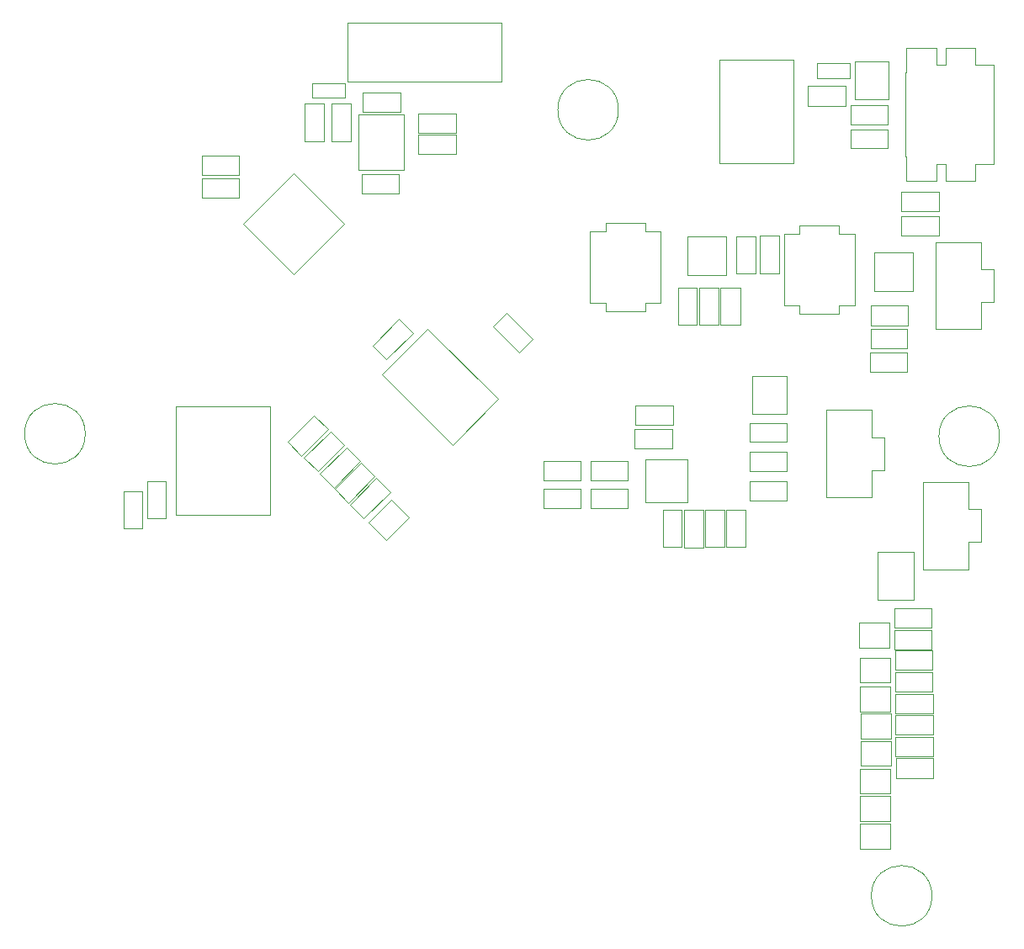
<source format=gbr>
%TF.GenerationSoftware,KiCad,Pcbnew,8.0.2*%
%TF.CreationDate,2025-08-30T14:26:49+07:00*%
%TF.ProjectId,minions,6d696e69-6f6e-4732-9e6b-696361645f70,1*%
%TF.SameCoordinates,Original*%
%TF.FileFunction,Other,User*%
%FSLAX46Y46*%
G04 Gerber Fmt 4.6, Leading zero omitted, Abs format (unit mm)*
G04 Created by KiCad (PCBNEW 8.0.2) date 2025-08-30 14:26:49*
%MOMM*%
%LPD*%
G01*
G04 APERTURE LIST*
%ADD10C,0.050000*%
G04 APERTURE END LIST*
D10*
%TO.C,SW4*%
X196252327Y-97039485D02*
X196252328Y-88239485D01*
X196252328Y-88239485D02*
X200802327Y-88239486D01*
X200802326Y-90989486D02*
X202102326Y-90989487D01*
X200802326Y-94289487D02*
X200802327Y-97039486D01*
X200802327Y-88239486D02*
X200802326Y-90989486D01*
X200802327Y-97039486D02*
X196252327Y-97039485D01*
X202102326Y-90989487D02*
X202102326Y-94289487D01*
X202102326Y-94289487D02*
X200802326Y-94289487D01*
%TO.C,FB1*%
X187602327Y-71727666D02*
X184302327Y-71727663D01*
X187602325Y-70267671D02*
X187602327Y-71727666D01*
X184302327Y-71727663D02*
X184302325Y-70267668D01*
X184302325Y-70267668D02*
X187602325Y-70267671D01*
%TO.C,R10*%
X154336396Y-99329899D02*
X151720101Y-96713604D01*
X155679899Y-97986396D02*
X154336396Y-99329899D01*
X151720101Y-96713604D02*
X153063604Y-95370101D01*
X153063604Y-95370101D02*
X155679899Y-97986396D01*
%TO.C,D17*%
X191719999Y-135499996D02*
X191719999Y-133000003D01*
X191719999Y-133000003D02*
X188680001Y-133000004D01*
X188680001Y-135499997D02*
X191719999Y-135499996D01*
X188680001Y-133000004D02*
X188680001Y-135499997D01*
%TO.C,C3*%
X169829828Y-106657672D02*
X166069828Y-106657671D01*
X169829828Y-104697671D02*
X169829828Y-106657672D01*
X166069828Y-106657671D02*
X166069828Y-104697670D01*
X166069828Y-104697670D02*
X169829828Y-104697671D01*
%TO.C,C57*%
X132769999Y-78080000D02*
X132770000Y-74320000D01*
X132770000Y-74320000D02*
X134730001Y-74320000D01*
X134730000Y-78080000D02*
X132769999Y-78080000D01*
X134730001Y-74320000D02*
X134730000Y-78080000D01*
%TO.C,C5*%
X195980000Y-135680001D02*
X192220000Y-135680000D01*
X195980000Y-133720000D02*
X195980000Y-135680001D01*
X192220000Y-135680000D02*
X192220000Y-133719999D01*
X192220000Y-133719999D02*
X195980000Y-133720000D01*
%TO.C,H5*%
X202700000Y-107800000D02*
G75*
G02*
X196600000Y-107800000I-3050000J0D01*
G01*
X196600000Y-107800000D02*
G75*
G02*
X202700000Y-107800000I3050000J0D01*
G01*
%TO.C,C42*%
X195880000Y-129230001D02*
X192120000Y-129230000D01*
X195880000Y-127270000D02*
X195880000Y-129230001D01*
X192120000Y-129230000D02*
X192120000Y-127269999D01*
X192120000Y-127269999D02*
X195880000Y-127270000D01*
%TO.C,C41*%
X195879998Y-127080002D02*
X192119998Y-127080001D01*
X195879998Y-125120001D02*
X195879998Y-127080002D01*
X192119998Y-127080001D02*
X192119998Y-125120000D01*
X192119998Y-125120000D02*
X195879998Y-125120001D01*
%TO.C,C17*%
X178152328Y-87655169D02*
X178152327Y-91415169D01*
X178152327Y-91415169D02*
X176192326Y-91415169D01*
X176192327Y-87655169D02*
X178152328Y-87655169D01*
X176192326Y-91415169D02*
X176192327Y-87655169D01*
%TO.C,C43*%
X195930000Y-131330001D02*
X192170000Y-131330000D01*
X195930000Y-129370000D02*
X195930000Y-131330001D01*
X192170000Y-131330000D02*
X192170000Y-129369999D01*
X192170000Y-129369999D02*
X195930000Y-129370000D01*
%TO.C,C40*%
X135711596Y-112969205D02*
X134325670Y-111583272D01*
X138370322Y-110310480D02*
X135711596Y-112969205D01*
X134325670Y-111583272D02*
X136984396Y-108924547D01*
X136984396Y-108924547D02*
X138370322Y-110310480D01*
%TO.C,U4*%
X181952328Y-80297672D02*
X181952327Y-69897669D01*
X181952327Y-69897669D02*
X174552326Y-69897666D01*
X174552327Y-80297669D02*
X181952328Y-80297672D01*
X174552326Y-69897666D02*
X174552327Y-80297669D01*
%TO.C,R4*%
X191452326Y-76397669D02*
X187752326Y-76397669D01*
X191452326Y-74497669D02*
X191452326Y-76397669D01*
X187752326Y-76397669D02*
X187752326Y-74497669D01*
X187752326Y-74497669D02*
X191452326Y-74497669D01*
%TO.C,SW1*%
X145164303Y-96986129D02*
X152235369Y-104057195D01*
X145164303Y-96986129D02*
X140568111Y-101582323D01*
X147639177Y-108653389D02*
X152235369Y-104057195D01*
X140568111Y-101582323D02*
X147639177Y-108653389D01*
%TO.C,C1*%
X169729828Y-109007672D02*
X165969828Y-109007671D01*
X169729828Y-107047671D02*
X169729828Y-109007672D01*
X165969828Y-109007671D02*
X165969828Y-107047670D01*
X165969828Y-107047670D02*
X169729828Y-107047671D01*
%TO.C,C18*%
X138619997Y-75129999D02*
X138620000Y-73169999D01*
X138620000Y-73169999D02*
X142380003Y-73170001D01*
X142380000Y-75130001D02*
X138619997Y-75129999D01*
X142380003Y-73170001D02*
X142380000Y-75130001D01*
%TO.C,C22*%
X137330871Y-114659187D02*
X139989593Y-112000465D01*
X138716801Y-116045117D02*
X137330871Y-114659187D01*
X139989593Y-112000465D02*
X141375523Y-113386395D01*
X141375523Y-113386395D02*
X138716801Y-116045117D01*
%TO.C,C56*%
X135784073Y-113112390D02*
X138442795Y-110453668D01*
X137170003Y-114498320D02*
X135784073Y-113112390D01*
X138442795Y-110453668D02*
X139828725Y-111839598D01*
X139828725Y-111839598D02*
X137170003Y-114498320D01*
%TO.C,C19*%
X140992369Y-100069118D02*
X139606443Y-98683185D01*
X139606443Y-98683185D02*
X142265169Y-96024460D01*
X143651095Y-97410393D02*
X140992369Y-100069118D01*
X142265169Y-96024460D02*
X143651095Y-97410393D01*
%TO.C,D11*%
X191719999Y-132599997D02*
X191720000Y-130100003D01*
X191720000Y-130100003D02*
X188680001Y-130100003D01*
X188680000Y-132599997D02*
X191719999Y-132599997D01*
X188680001Y-130100003D02*
X188680000Y-132599997D01*
%TO.C,R11*%
X181252329Y-111297669D02*
X177552329Y-111297669D01*
X181252329Y-109397669D02*
X181252329Y-111297669D01*
X177552329Y-111297669D02*
X177552329Y-109397669D01*
X177552329Y-109397669D02*
X181252329Y-109397669D01*
%TO.C,C13*%
X192822323Y-85659486D02*
X196582327Y-85659485D01*
X192822327Y-87619487D02*
X192822323Y-85659486D01*
X196582327Y-85659485D02*
X196582331Y-87619486D01*
X196582331Y-87619486D02*
X192822327Y-87619487D01*
%TO.C,U1*%
X190449999Y-124230000D02*
X194050000Y-124230001D01*
X190449999Y-124230000D02*
X190450000Y-119469999D01*
X194050001Y-119470000D02*
X194050000Y-124230001D01*
X194050001Y-119470000D02*
X190450000Y-119469999D01*
%TO.C,C14*%
X174432329Y-92817671D02*
X174432328Y-96577671D01*
X174432328Y-96577671D02*
X172472327Y-96577671D01*
X172472328Y-92817671D02*
X174432329Y-92817671D01*
X172472327Y-96577671D02*
X172472328Y-92817671D01*
%TO.C,R12*%
X181252331Y-114247673D02*
X177552331Y-114247673D01*
X181252331Y-112347673D02*
X181252331Y-114247673D01*
X177552331Y-114247673D02*
X177552331Y-112347673D01*
X177552331Y-112347673D02*
X181252331Y-112347673D01*
%TO.C,U6*%
X190102328Y-89279485D02*
X190102328Y-93179485D01*
X190102328Y-89279485D02*
X194002328Y-89279485D01*
X190102328Y-93179485D02*
X194002328Y-93179485D01*
X194002328Y-89279485D02*
X194002328Y-93179485D01*
%TO.C,C39*%
X134085248Y-111342860D02*
X132699322Y-109956927D01*
X136743974Y-108684135D02*
X134085248Y-111342860D01*
X132699322Y-109956927D02*
X135358048Y-107298202D01*
X135358048Y-107298202D02*
X136743974Y-108684135D01*
%TO.C,C6*%
X195980000Y-137830000D02*
X192220000Y-137830000D01*
X195980000Y-135870000D02*
X195980000Y-137830000D01*
X192220000Y-137830000D02*
X192220000Y-135870000D01*
X192220000Y-135870000D02*
X195980000Y-135870000D01*
%TO.C,SW2*%
X194980004Y-112399999D02*
X199530002Y-112400000D01*
X199530002Y-112400000D02*
X199530001Y-115150002D01*
X199530001Y-115150002D02*
X200830000Y-115150000D01*
X200830000Y-115150000D02*
X200830001Y-118450001D01*
X200830001Y-118450001D02*
X199530001Y-118450001D01*
X199530001Y-118450001D02*
X199530002Y-121200000D01*
X194980004Y-121199999D02*
X194980004Y-112399999D01*
X199530002Y-121200000D02*
X194980004Y-121199999D01*
%TO.C,D8*%
X191620000Y-129049997D02*
X191619999Y-126550003D01*
X191619999Y-126550003D02*
X188580000Y-126550003D01*
X188580001Y-129049997D02*
X191620000Y-129049997D01*
X188580000Y-126550003D02*
X188580001Y-129049997D01*
%TO.C,R5*%
X181252333Y-108347671D02*
X177552333Y-108347671D01*
X181252333Y-106447671D02*
X181252333Y-108347671D01*
X177552333Y-108347671D02*
X177552333Y-106447671D01*
X177552333Y-106447671D02*
X181252333Y-106447671D01*
%TO.C,AE1*%
X137116789Y-66190456D02*
X137116789Y-72140454D01*
X137116789Y-72140454D02*
X152616790Y-72140455D01*
X152616790Y-66190455D02*
X137116789Y-66190456D01*
X152616790Y-72140455D02*
X152616790Y-66190455D01*
%TO.C,C2*%
X183422330Y-72567668D02*
X187182330Y-72567669D01*
X183422330Y-74527669D02*
X183422330Y-72567668D01*
X187182330Y-72567669D02*
X187182330Y-74527670D01*
X187182330Y-74527670D02*
X183422330Y-74527669D01*
%TO.C,C20*%
X122419995Y-83830000D02*
X122420000Y-81869999D01*
X122420000Y-81869999D02*
X126180005Y-81870000D01*
X126180000Y-83830001D02*
X122419995Y-83830000D01*
X126180005Y-81870000D02*
X126180000Y-83830001D01*
%TO.C,R1*%
X116450000Y-113350000D02*
X116450000Y-117050000D01*
X114550000Y-113350000D02*
X116450000Y-113350000D01*
X116450000Y-117050000D02*
X114550000Y-117050000D01*
X114550000Y-117050000D02*
X114550000Y-113350000D01*
%TO.C,C44*%
X195930000Y-133530001D02*
X192170000Y-133530000D01*
X195930000Y-131570000D02*
X195930000Y-133530001D01*
X192170000Y-133530000D02*
X192170000Y-131569999D01*
X192170000Y-131569999D02*
X195930000Y-131570000D01*
%TO.C,R17*%
X160549828Y-115027670D02*
X156849828Y-115027670D01*
X160549828Y-113127670D02*
X160549828Y-115027670D01*
X156849828Y-115027670D02*
X156849828Y-113127670D01*
X156849828Y-113127670D02*
X160549828Y-113127670D01*
%TO.C,R3*%
X191452326Y-78827664D02*
X187752326Y-78827664D01*
X191452326Y-76927664D02*
X191452326Y-78827664D01*
X187752326Y-78827664D02*
X187752326Y-76927664D01*
X187752326Y-76927664D02*
X191452326Y-76927664D01*
%TO.C,P1*%
X202132329Y-80367666D02*
X200282327Y-80367666D01*
X202132327Y-70427667D02*
X202132329Y-80367666D01*
X200282328Y-70427666D02*
X202132327Y-70427667D01*
X200282327Y-82097665D02*
X197272327Y-82097666D01*
X200282327Y-80367666D02*
X200282327Y-82097665D01*
X200282326Y-68697669D02*
X200282328Y-70427666D01*
X197272327Y-82097666D02*
X197272327Y-80367666D01*
X197272327Y-80367666D02*
X196352327Y-80367667D01*
X197272327Y-70427666D02*
X197272327Y-68697666D01*
X197272327Y-68697666D02*
X200282326Y-68697669D01*
X196352329Y-68697665D02*
X196352327Y-70427666D01*
X196352327Y-82097665D02*
X193342330Y-82097665D01*
X196352327Y-80367667D02*
X196352327Y-82097665D01*
X196352327Y-70427666D02*
X197272327Y-70427666D01*
X193342330Y-82097665D02*
X193342327Y-79647666D01*
X193342327Y-79647666D02*
X193192329Y-79647665D01*
X193342327Y-71147666D02*
X193342327Y-68697666D01*
X193342327Y-68697666D02*
X196352329Y-68697665D01*
X193192329Y-79647665D02*
X193192329Y-71147666D01*
X193192329Y-71147666D02*
X193342327Y-71147666D01*
%TO.C,L1*%
X181002325Y-87439486D02*
X182552326Y-87439483D01*
X181002325Y-94639486D02*
X181002325Y-87439486D01*
X182552326Y-87439483D02*
X182552327Y-86589488D01*
X182552326Y-95489484D02*
X182552327Y-94639486D01*
X182552327Y-86589488D02*
X186552328Y-86589488D01*
X182552327Y-94639486D02*
X181002325Y-94639486D01*
X186552327Y-87439486D02*
X188102329Y-87439486D01*
X186552327Y-95489484D02*
X182552326Y-95489484D01*
X186552328Y-86589488D02*
X186552327Y-87439486D01*
X186552328Y-94639489D02*
X186552327Y-95489484D01*
X188102329Y-87439486D02*
X188102329Y-94639486D01*
X188102329Y-94639486D02*
X186552328Y-94639489D01*
%TO.C,C21*%
X135469999Y-74320001D02*
X137430001Y-74320000D01*
X135469999Y-78080000D02*
X135469999Y-74320001D01*
X137430001Y-74320000D02*
X137430001Y-78079999D01*
X137430001Y-78079999D02*
X135469999Y-78080000D01*
%TO.C,R14*%
X177102328Y-118897671D02*
X175202328Y-118897671D01*
X177102328Y-115197671D02*
X177102328Y-118897671D01*
X175202328Y-118897671D02*
X175202328Y-115197671D01*
X175202328Y-115197671D02*
X177102328Y-115197671D01*
%TO.C,U7*%
X126575620Y-86440456D02*
X131666791Y-91531625D01*
X131666789Y-81349285D02*
X126575620Y-86440456D01*
X131666791Y-91531625D02*
X136757960Y-86440454D01*
X136757960Y-86440454D02*
X131666789Y-81349285D01*
%TO.C,Y1*%
X138156064Y-75418450D02*
X138156066Y-81018451D01*
X138156066Y-81018451D02*
X142756068Y-81018450D01*
X142756066Y-75418449D02*
X138156064Y-75418450D01*
X142756068Y-81018450D02*
X142756066Y-75418449D01*
%TO.C,R2*%
X118800000Y-112350000D02*
X118800000Y-116050000D01*
X116900000Y-112350000D02*
X118800000Y-112350000D01*
X118800000Y-116050000D02*
X116900000Y-116050000D01*
X116900000Y-116050000D02*
X116900000Y-112350000D01*
%TO.C,U5*%
X171279828Y-114407671D02*
X171279828Y-110147671D01*
X171279828Y-110147671D02*
X167019828Y-110147671D01*
X167019828Y-114407671D02*
X171279828Y-114407671D01*
X167019828Y-110147671D02*
X167019828Y-114407671D01*
%TO.C,R16*%
X172252328Y-96547671D02*
X170352328Y-96547671D01*
X172252328Y-92847671D02*
X172252328Y-96547671D01*
X170352328Y-96547671D02*
X170352328Y-92847671D01*
X170352328Y-92847671D02*
X172252328Y-92847671D01*
%TO.C,C35*%
X144220000Y-77419999D02*
X147979999Y-77419999D01*
X144220001Y-79380001D02*
X144220000Y-77419999D01*
X147979999Y-77419999D02*
X147980000Y-79380001D01*
X147980000Y-79380001D02*
X144220001Y-79380001D01*
%TO.C,C11*%
X189722322Y-96619486D02*
X189722323Y-94659487D01*
X189722323Y-94659487D02*
X193482332Y-94659486D01*
X193482331Y-96619485D02*
X189722322Y-96619486D01*
X193482332Y-94659486D02*
X193482331Y-96619485D01*
%TO.C,D9*%
X191770000Y-140949997D02*
X191769999Y-138450003D01*
X191769999Y-138450003D02*
X188730000Y-138450003D01*
X188730001Y-140949997D02*
X191770000Y-140949997D01*
X188730000Y-138450003D02*
X188730001Y-140949997D01*
%TO.C,C12*%
X192822323Y-83209487D02*
X196582327Y-83209486D01*
X192822327Y-85169488D02*
X192822323Y-83209487D01*
X196582327Y-83209486D02*
X196582331Y-85169487D01*
X196582331Y-85169487D02*
X192822327Y-85169488D01*
%TO.C,C16*%
X180542329Y-87635171D02*
X180542328Y-91395171D01*
X180542328Y-91395171D02*
X178582327Y-91395171D01*
X178582328Y-87635171D02*
X180542329Y-87635171D01*
X178582327Y-91395171D02*
X178582328Y-87635171D01*
%TO.C,C36*%
X144220000Y-75319999D02*
X147979999Y-75319999D01*
X144220001Y-77280001D02*
X144220000Y-75319999D01*
X147979999Y-75319999D02*
X147980000Y-77280001D01*
X147980000Y-77280001D02*
X144220001Y-77280001D01*
%TO.C,Q2*%
X191514828Y-70077668D02*
X188114830Y-70077670D01*
X191514826Y-73917664D02*
X191514828Y-70077668D01*
X188114830Y-70077670D02*
X188114828Y-73917666D01*
X188114828Y-73917666D02*
X191514826Y-73917664D01*
%TO.C,C15*%
X176592329Y-92835171D02*
X176592328Y-96595171D01*
X176592328Y-96595171D02*
X174632327Y-96595171D01*
X174632328Y-92835171D02*
X176592329Y-92835171D01*
X174632327Y-96595171D02*
X174632328Y-92835171D01*
%TO.C,C8*%
X138519995Y-83380000D02*
X138520000Y-81419999D01*
X138520000Y-81419999D02*
X142280005Y-81420000D01*
X142280000Y-83380001D02*
X138519995Y-83380000D01*
X142280005Y-81420000D02*
X142280000Y-83380001D01*
%TO.C,D4*%
X165249827Y-112227671D02*
X161549827Y-112227671D01*
X165249827Y-110327671D02*
X165249827Y-112227671D01*
X161549827Y-112227671D02*
X161549827Y-110327671D01*
X161549827Y-110327671D02*
X165249827Y-110327671D01*
%TO.C,H4*%
X164350000Y-74950000D02*
G75*
G02*
X158250000Y-74950000I-3050000J0D01*
G01*
X158250000Y-74950000D02*
G75*
G02*
X164350000Y-74950000I3050000J0D01*
G01*
%TO.C,R13*%
X189719948Y-97024432D02*
X193419948Y-97024432D01*
X189719948Y-98924432D02*
X189719948Y-97024432D01*
X193419948Y-97024432D02*
X193419948Y-98924432D01*
X193419948Y-98924432D02*
X189719948Y-98924432D01*
%TO.C,C9*%
X196030000Y-142180001D02*
X192270000Y-142180000D01*
X196030000Y-140220000D02*
X196030000Y-142180001D01*
X192270000Y-142180000D02*
X192270000Y-140219999D01*
X192270000Y-140219999D02*
X196030000Y-140220000D01*
%TO.C,U8*%
X119780001Y-115750000D02*
X129280000Y-115750001D01*
X129279999Y-104750000D02*
X129280000Y-115750001D01*
X119780000Y-104749999D02*
X119780001Y-115750000D01*
X119780000Y-104749999D02*
X129279999Y-104750000D01*
%TO.C,D10*%
X191719999Y-143749996D02*
X191719999Y-141250003D01*
X191719999Y-141250003D02*
X188680001Y-141250004D01*
X188680001Y-143749997D02*
X191719999Y-143749996D01*
X188680001Y-141250004D02*
X188680001Y-143749997D01*
%TO.C,C37*%
X122419995Y-81530000D02*
X122420000Y-79570000D01*
X122420000Y-79570000D02*
X126180005Y-79570000D01*
X126180000Y-81530000D02*
X122419995Y-81530000D01*
X126180005Y-79570000D02*
X126180000Y-81530000D01*
%TO.C,R15*%
X160549828Y-112227670D02*
X156849828Y-112227670D01*
X160549828Y-110327670D02*
X160549828Y-112227670D01*
X156849828Y-112227670D02*
X156849828Y-110327670D01*
X156849828Y-110327670D02*
X160549828Y-110327670D01*
%TO.C,U9*%
X175212328Y-87665171D02*
X175212328Y-91565171D01*
X171312328Y-91565171D02*
X175212328Y-91565171D01*
X171312328Y-87665171D02*
X175212328Y-87665171D01*
X171312328Y-87665171D02*
X171312328Y-91565171D01*
%TO.C,R6*%
X175002328Y-118897671D02*
X173102328Y-118897671D01*
X175002328Y-115197671D02*
X175002328Y-118897671D01*
X173102328Y-118897671D02*
X173102328Y-115197671D01*
X173102328Y-115197671D02*
X175002328Y-115197671D01*
%TO.C,C10*%
X172932329Y-115217671D02*
X172932328Y-118977671D01*
X172932328Y-118977671D02*
X170972327Y-118977671D01*
X170972328Y-115217671D02*
X172932329Y-115217671D01*
X170972327Y-118977671D02*
X170972328Y-115217671D01*
%TO.C,C7*%
X195980000Y-140030000D02*
X192219999Y-140030001D01*
X195980001Y-138069999D02*
X195980000Y-140030000D01*
X192219999Y-140030001D02*
X192220000Y-138070000D01*
X192220000Y-138070000D02*
X195980001Y-138069999D01*
%TO.C,SW3*%
X185252328Y-113947669D02*
X185252330Y-105147670D01*
X185252330Y-105147670D02*
X189802328Y-105147671D01*
X189802327Y-107897672D02*
X191102326Y-107897673D01*
X189802327Y-111197672D02*
X189802328Y-113947671D01*
X189802328Y-105147671D02*
X189802327Y-107897672D01*
X189802328Y-113947671D02*
X185252328Y-113947669D01*
X191102326Y-107897673D02*
X191102327Y-111197672D01*
X191102327Y-111197672D02*
X189802327Y-111197672D01*
%TO.C,R7*%
X170699828Y-118927671D02*
X168799828Y-118927671D01*
X170699828Y-115227671D02*
X170699828Y-118927671D01*
X168799828Y-118927671D02*
X168799828Y-115227671D01*
X168799828Y-115227671D02*
X170699828Y-115227671D01*
%TO.C,D32*%
X165249828Y-115027671D02*
X161549828Y-115027671D01*
X165249828Y-113127671D02*
X165249828Y-115027671D01*
X161549828Y-115027671D02*
X161549828Y-113127671D01*
X161549828Y-113127671D02*
X165249828Y-113127671D01*
%TO.C,D23*%
X191783858Y-138199720D02*
X191783857Y-135699726D01*
X191783857Y-135699726D02*
X188743858Y-135699726D01*
X188743859Y-138199720D02*
X191783858Y-138199720D01*
X188743858Y-135699726D02*
X188743859Y-138199720D01*
%TO.C,U10*%
X139229454Y-116444632D02*
X140997221Y-118212400D01*
X140997221Y-118212400D02*
X143259964Y-115949658D01*
X141492197Y-114181890D02*
X139229454Y-116444632D01*
X143259964Y-115949658D02*
X141492197Y-114181890D01*
%TO.C,C4*%
X189672323Y-101319486D02*
X189672324Y-99359487D01*
X189672324Y-99359487D02*
X193432333Y-99359486D01*
X193432332Y-101319485D02*
X189672323Y-101319486D01*
X193432333Y-99359486D02*
X193432332Y-101319485D01*
%TO.C,Q1*%
X181252330Y-101727672D02*
X177852332Y-101727674D01*
X181252328Y-105567668D02*
X181252330Y-101727672D01*
X177852332Y-101727674D02*
X177852330Y-105567670D01*
X177852330Y-105567670D02*
X181252328Y-105567668D01*
%TO.C,D13*%
X188680001Y-146800004D02*
X188680001Y-149299997D01*
X188680001Y-149299997D02*
X191719999Y-149299996D01*
X191719999Y-146800003D02*
X188680001Y-146800004D01*
X191719999Y-149299996D02*
X191719999Y-146800003D01*
%TO.C,L3*%
X133549998Y-72270000D02*
X136850000Y-72270001D01*
X133550000Y-73729999D02*
X133549998Y-72270000D01*
X136850000Y-72270001D02*
X136850002Y-73730000D01*
X136850002Y-73730000D02*
X133550000Y-73729999D01*
%TO.C,C38*%
X132450063Y-109760707D02*
X131064137Y-108374774D01*
X135108789Y-107101982D02*
X132450063Y-109760707D01*
X131064137Y-108374774D02*
X133722863Y-105716049D01*
X133722863Y-105716049D02*
X135108789Y-107101982D01*
%TO.C,H7*%
X195900000Y-154050000D02*
G75*
G02*
X189800000Y-154050000I-3050000J0D01*
G01*
X189800000Y-154050000D02*
G75*
G02*
X195900000Y-154050000I3050000J0D01*
G01*
%TO.C,D12*%
X191719999Y-146499996D02*
X191719999Y-144000003D01*
X191719999Y-144000003D02*
X188680001Y-144000004D01*
X188680001Y-146499997D02*
X191719999Y-146499996D01*
X188680001Y-144000004D02*
X188680001Y-146499997D01*
%TO.C,H6*%
X110700000Y-107550000D02*
G75*
G02*
X104600000Y-107550000I-3050000J0D01*
G01*
X104600000Y-107550000D02*
G75*
G02*
X110700000Y-107550000I3050000J0D01*
G01*
%TO.C,L2*%
X168612330Y-94365171D02*
X167062329Y-94365174D01*
X168612330Y-87165171D02*
X168612330Y-94365171D01*
X167062329Y-94365174D02*
X167062328Y-95215169D01*
X167062329Y-86315173D02*
X167062328Y-87165171D01*
X167062328Y-95215169D02*
X163062327Y-95215169D01*
X167062328Y-87165171D02*
X168612330Y-87165171D01*
X163062328Y-94365171D02*
X161512326Y-94365171D01*
X163062328Y-86315173D02*
X167062329Y-86315173D01*
X163062327Y-95215169D02*
X163062328Y-94365171D01*
X163062327Y-87165168D02*
X163062328Y-86315173D01*
X161512326Y-94365171D02*
X161512326Y-87165171D01*
X161512326Y-87165171D02*
X163062327Y-87165168D01*
%TD*%
M02*

</source>
